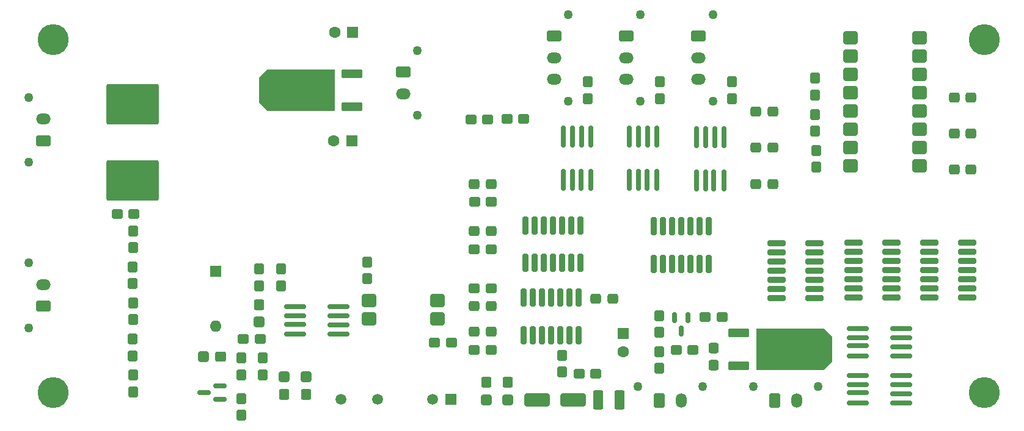
<source format=gbr>
%TF.GenerationSoftware,KiCad,Pcbnew,9.0.0*%
%TF.CreationDate,2025-10-29T06:17:34+08:00*%
%TF.ProjectId,TSAL_G_V4_2,5453414c-5f47-45f5-9634-5f322e6b6963,rev?*%
%TF.SameCoordinates,Original*%
%TF.FileFunction,Soldermask,Top*%
%TF.FilePolarity,Negative*%
%FSLAX46Y46*%
G04 Gerber Fmt 4.6, Leading zero omitted, Abs format (unit mm)*
G04 Created by KiCad (PCBNEW 9.0.0) date 2025-10-29 06:17:34*
%MOMM*%
%LPD*%
G01*
G04 APERTURE LIST*
G04 Aperture macros list*
%AMRoundRect*
0 Rectangle with rounded corners*
0 $1 Rounding radius*
0 $2 $3 $4 $5 $6 $7 $8 $9 X,Y pos of 4 corners*
0 Add a 4 corners polygon primitive as box body*
4,1,4,$2,$3,$4,$5,$6,$7,$8,$9,$2,$3,0*
0 Add four circle primitives for the rounded corners*
1,1,$1+$1,$2,$3*
1,1,$1+$1,$4,$5*
1,1,$1+$1,$6,$7*
1,1,$1+$1,$8,$9*
0 Add four rect primitives between the rounded corners*
20,1,$1+$1,$2,$3,$4,$5,0*
20,1,$1+$1,$4,$5,$6,$7,0*
20,1,$1+$1,$6,$7,$8,$9,0*
20,1,$1+$1,$8,$9,$2,$3,0*%
%AMOutline5P*
0 Free polygon, 5 corners , with rotation*
0 The origin of the aperture is its center*
0 number of corners: always 5*
0 $1 to $10 corner X, Y*
0 $11 Rotation angle, in degrees counterclockwise*
0 create outline with 5 corners*
4,1,5,$1,$2,$3,$4,$5,$6,$7,$8,$9,$10,$1,$2,$11*%
%AMOutline6P*
0 Free polygon, 6 corners , with rotation*
0 The origin of the aperture is its center*
0 number of corners: always 6*
0 $1 to $12 corner X, Y*
0 $13 Rotation angle, in degrees counterclockwise*
0 create outline with 6 corners*
4,1,6,$1,$2,$3,$4,$5,$6,$7,$8,$9,$10,$11,$12,$1,$2,$13*%
%AMOutline7P*
0 Free polygon, 7 corners , with rotation*
0 The origin of the aperture is its center*
0 number of corners: always 7*
0 $1 to $14 corner X, Y*
0 $15 Rotation angle, in degrees counterclockwise*
0 create outline with 7 corners*
4,1,7,$1,$2,$3,$4,$5,$6,$7,$8,$9,$10,$11,$12,$13,$14,$1,$2,$15*%
%AMOutline8P*
0 Free polygon, 8 corners , with rotation*
0 The origin of the aperture is its center*
0 number of corners: always 8*
0 $1 to $16 corner X, Y*
0 $17 Rotation angle, in degrees counterclockwise*
0 create outline with 8 corners*
4,1,8,$1,$2,$3,$4,$5,$6,$7,$8,$9,$10,$11,$12,$13,$14,$15,$16,$1,$2,$17*%
G04 Aperture macros list end*
%ADD10RoundRect,0.249999X-0.750001X-0.640001X0.750001X-0.640001X0.750001X0.640001X-0.750001X0.640001X0*%
%ADD11RoundRect,0.120600X-0.281400X1.111400X-0.281400X-1.111400X0.281400X-1.111400X0.281400X1.111400X0*%
%ADD12RoundRect,0.122100X-0.284900X1.109900X-0.284900X-1.109900X0.284900X-1.109900X0.284900X1.109900X0*%
%ADD13RoundRect,0.120600X-1.111400X-0.281400X1.111400X-0.281400X1.111400X0.281400X-1.111400X0.281400X0*%
%ADD14RoundRect,0.122100X-1.109900X-0.284900X1.109900X-0.284900X1.109900X0.284900X-1.109900X0.284900X0*%
%ADD15RoundRect,0.278125X0.389375X-0.474375X0.389375X0.474375X-0.389375X0.474375X-0.389375X-0.474375X0*%
%ADD16RoundRect,0.278125X-0.474375X-0.389375X0.474375X-0.389375X0.474375X0.389375X-0.474375X0.389375X0*%
%ADD17C,4.300000*%
%ADD18RoundRect,0.278125X-0.389375X0.474375X-0.389375X-0.474375X0.389375X-0.474375X0.389375X0.474375X0*%
%ADD19RoundRect,0.150000X-1.350000X-0.150000X1.350000X-0.150000X1.350000X0.150000X-1.350000X0.150000X0*%
%ADD20RoundRect,0.150000X-1.337500X-0.150000X1.337500X-0.150000X1.337500X0.150000X-1.337500X0.150000X0*%
%ADD21RoundRect,0.304348X-0.420652X-0.395652X0.420652X-0.395652X0.420652X0.395652X-0.420652X0.395652X0*%
%ADD22RoundRect,0.150000X0.150000X-1.350000X0.150000X1.350000X-0.150000X1.350000X-0.150000X-1.350000X0*%
%ADD23RoundRect,0.150000X0.150000X-1.337500X0.150000X1.337500X-0.150000X1.337500X-0.150000X-1.337500X0*%
%ADD24C,1.270000*%
%ADD25RoundRect,0.250001X0.759999X-0.499999X0.759999X0.499999X-0.759999X0.499999X-0.759999X-0.499999X0*%
%ADD26O,2.020000X1.500000*%
%ADD27RoundRect,0.278125X0.474375X0.389375X-0.474375X0.389375X-0.474375X-0.389375X0.474375X-0.389375X0*%
%ADD28RoundRect,0.304348X0.420652X0.395652X-0.420652X0.395652X-0.420652X-0.395652X0.420652X-0.395652X0*%
%ADD29RoundRect,0.251116X3.376384X-2.561384X3.376384X2.561384X-3.376384X2.561384X-3.376384X-2.561384X0*%
%ADD30RoundRect,0.250001X-0.499999X-0.759999X0.499999X-0.759999X0.499999X0.759999X-0.499999X0.759999X0*%
%ADD31O,1.500000X2.020000*%
%ADD32RoundRect,0.120600X0.281400X-1.111400X0.281400X1.111400X-0.281400X1.111400X-0.281400X-1.111400X0*%
%ADD33RoundRect,0.122100X0.284900X-1.109900X0.284900X1.109900X-0.284900X1.109900X-0.284900X-1.109900X0*%
%ADD34RoundRect,0.305575X-0.412525X0.460025X-0.412525X-0.460025X0.412525X-0.460025X0.412525X0.460025X0*%
%ADD35RoundRect,0.308511X-0.416489X0.457089X-0.416489X-0.457089X0.416489X-0.457089X0.416489X0.457089X0*%
%ADD36RoundRect,0.305575X0.412525X-0.460025X0.412525X0.460025X-0.412525X0.460025X-0.412525X-0.460025X0*%
%ADD37RoundRect,0.308511X0.416489X-0.457089X0.416489X0.457089X-0.416489X0.457089X-0.416489X-0.457089X0*%
%ADD38RoundRect,0.150000X0.750000X0.150000X-0.750000X0.150000X-0.750000X-0.150000X0.750000X-0.150000X0*%
%ADD39RoundRect,0.250001X-0.759999X0.499999X-0.759999X-0.499999X0.759999X-0.499999X0.759999X0.499999X0*%
%ADD40R,1.600000X1.600000*%
%ADD41C,1.600000*%
%ADD42RoundRect,0.250000X-1.500000X-0.650000X1.500000X-0.650000X1.500000X0.650000X-1.500000X0.650000X0*%
%ADD43R,1.500000X1.500000*%
%ADD44C,1.500000*%
%ADD45O,1.600000X1.600000*%
%ADD46RoundRect,0.150000X-0.150000X0.587500X-0.150000X-0.587500X0.150000X-0.587500X0.150000X0.587500X0*%
%ADD47RoundRect,0.250000X1.230000X0.350000X-1.230000X0.350000X-1.230000X-0.350000X1.230000X-0.350000X0*%
%ADD48Outline6P,-5.220000X2.900000X4.060000X2.900000X5.220000X1.740000X5.220000X-1.740000X4.060000X-2.900000X-5.220000X-2.900000X180.000000*%
%ADD49Outline6P,-5.220000X2.900000X4.060000X2.900000X5.220000X1.740000X5.220000X-1.740000X4.060000X-2.900000X-5.220000X-2.900000X0.000000*%
%ADD50RoundRect,0.250000X-1.230000X-0.350000X1.230000X-0.350000X1.230000X0.350000X-1.230000X0.350000X0*%
%ADD51RoundRect,0.304348X-0.395652X0.420652X-0.395652X-0.420652X0.395652X-0.420652X0.395652X0.420652X0*%
%ADD52RoundRect,0.305575X0.460025X0.412525X-0.460025X0.412525X-0.460025X-0.412525X0.460025X-0.412525X0*%
%ADD53RoundRect,0.308511X0.457089X0.416489X-0.457089X0.416489X-0.457089X-0.416489X0.457089X-0.416489X0*%
%ADD54RoundRect,0.250001X0.462499X1.074999X-0.462499X1.074999X-0.462499X-1.074999X0.462499X-1.074999X0*%
G04 APERTURE END LIST*
D10*
%TO.C,U4*%
X74235000Y-79730000D03*
X74235000Y-82270000D03*
X83765000Y-82270000D03*
X83765000Y-79730000D03*
%TD*%
D11*
%TO.C,U9*%
X103310000Y-79260000D03*
X102040000Y-79260000D03*
X100770000Y-79260000D03*
X99500000Y-79260000D03*
X98230000Y-79260000D03*
X96960000Y-79260000D03*
X95690000Y-79260000D03*
X95690000Y-84500000D03*
D12*
X96955000Y-84500000D03*
D11*
X98230000Y-84500000D03*
X99500000Y-84500000D03*
X100770000Y-84500000D03*
X102040000Y-84500000D03*
X103310000Y-84500000D03*
%TD*%
D13*
%TO.C,U12*%
X141380000Y-71690000D03*
X141380000Y-72960000D03*
X141380000Y-74230000D03*
X141380000Y-75500000D03*
X141380000Y-76770000D03*
X141380000Y-78040000D03*
X141380000Y-79310000D03*
X146620000Y-79310000D03*
D14*
X146620000Y-78045000D03*
D13*
X146620000Y-76770000D03*
X146620000Y-75500000D03*
X146620000Y-74230000D03*
X146620000Y-72960000D03*
X146620000Y-71690000D03*
%TD*%
D15*
%TO.C,R15*%
X58967500Y-77652500D03*
X58967500Y-75347500D03*
%TD*%
D16*
%TO.C,R3*%
X39347500Y-67692500D03*
X41652500Y-67692500D03*
%TD*%
D17*
%TO.C,H3*%
X30500000Y-43500000D03*
%TD*%
D18*
%TO.C,R51*%
X114532500Y-49347500D03*
X114532500Y-51652500D03*
%TD*%
D19*
%TO.C,LM1*%
X64000000Y-80595000D03*
X64000000Y-81865000D03*
D20*
X63987500Y-83000000D03*
D19*
X64000000Y-84405000D03*
X70000000Y-84405000D03*
X70000000Y-83135000D03*
X70000000Y-81865000D03*
X70000000Y-80595000D03*
%TD*%
D21*
%TO.C,D3*%
X127825000Y-63540000D03*
X130175000Y-63540000D03*
%TD*%
D18*
%TO.C,R4*%
X59532500Y-87695000D03*
X59532500Y-90000000D03*
%TD*%
D22*
%TO.C,U13*%
X101190000Y-62952500D03*
X102460000Y-62952500D03*
D23*
X103595000Y-62965000D03*
D22*
X105000000Y-62952500D03*
X105000000Y-56952500D03*
X103730000Y-56952500D03*
X102460000Y-56952500D03*
X101190000Y-56952500D03*
%TD*%
D24*
%TO.C,J1*%
X27125000Y-60500000D03*
X27125000Y-51500000D03*
D25*
X29085000Y-57500000D03*
D26*
X29085000Y-54500000D03*
%TD*%
D16*
%TO.C,R39*%
X103383642Y-89847500D03*
X105688642Y-89847500D03*
%TD*%
D27*
%TO.C,R34*%
X123152500Y-82032500D03*
X120847500Y-82032500D03*
%TD*%
D28*
%TO.C,D10*%
X157675000Y-51500000D03*
X155325000Y-51500000D03*
%TD*%
D29*
%TO.C,F1*%
X41500000Y-63000000D03*
X41500000Y-52450000D03*
%TD*%
D18*
%TO.C,R5*%
X41532500Y-70072500D03*
X41532500Y-72377500D03*
%TD*%
D24*
%TO.C,J4*%
X111500000Y-91625000D03*
X120500000Y-91625000D03*
D30*
X114500000Y-93585000D03*
D31*
X117500000Y-93585000D03*
%TD*%
D21*
%TO.C,D8*%
X127825000Y-58500000D03*
X130175000Y-58500000D03*
%TD*%
%TO.C,D9*%
X127825000Y-53500000D03*
X130175000Y-53500000D03*
%TD*%
D32*
%TO.C,U7*%
X95920000Y-74500000D03*
X97190000Y-74500000D03*
X98460000Y-74500000D03*
X99730000Y-74500000D03*
X101000000Y-74500000D03*
X102270000Y-74500000D03*
X103540000Y-74500000D03*
X103540000Y-69260000D03*
D33*
X102275000Y-69260000D03*
D32*
X101000000Y-69260000D03*
X99730000Y-69260000D03*
X98460000Y-69260000D03*
X97190000Y-69260000D03*
X95920000Y-69260000D03*
%TD*%
D34*
%TO.C,C5*%
X59006900Y-80284400D03*
D35*
X59000000Y-82715600D03*
%TD*%
D17*
%TO.C,H2*%
X159500000Y-92500000D03*
%TD*%
D36*
%TO.C,C8*%
X65493100Y-92715600D03*
D37*
X65500000Y-90284400D03*
%TD*%
D24*
%TO.C,J5*%
X127500000Y-91625000D03*
X136500000Y-91625000D03*
D30*
X130500000Y-93585000D03*
D31*
X133500000Y-93585000D03*
%TD*%
D13*
%TO.C,U6*%
X151880000Y-71690000D03*
X151880000Y-72960000D03*
X151880000Y-74230000D03*
X151880000Y-75500000D03*
X151880000Y-76770000D03*
X151880000Y-78040000D03*
X151880000Y-79310000D03*
X157120000Y-79310000D03*
D14*
X157120000Y-78045000D03*
D13*
X157120000Y-76770000D03*
X157120000Y-75500000D03*
X157120000Y-74230000D03*
X157120000Y-72960000D03*
X157120000Y-71690000D03*
%TD*%
D18*
%TO.C,R18*%
X74032500Y-74347500D03*
X74032500Y-76652500D03*
%TD*%
D38*
%TO.C,U1*%
X53600000Y-93450000D03*
X53600000Y-91550000D03*
X51400000Y-92500000D03*
%TD*%
D24*
%TO.C,J8*%
X80960000Y-45000000D03*
X80960000Y-54000000D03*
D39*
X79000000Y-48000000D03*
D26*
X79000000Y-51000000D03*
%TD*%
D34*
%TO.C,C10*%
X90506900Y-91068800D03*
D35*
X90500000Y-93500000D03*
%TD*%
D22*
%TO.C,U14*%
X110351142Y-62952500D03*
X111621142Y-62952500D03*
D23*
X112756142Y-62965000D03*
D22*
X114161142Y-62952500D03*
X114161142Y-56952500D03*
X112891142Y-56952500D03*
X111621142Y-56952500D03*
X110351142Y-56952500D03*
%TD*%
D27*
%TO.C,R38*%
X91152500Y-86532500D03*
X88847500Y-86532500D03*
%TD*%
D28*
%TO.C,D6*%
X157675000Y-56500000D03*
X155325000Y-56500000D03*
%TD*%
D24*
%TO.C,J2*%
X27125000Y-83500000D03*
X27125000Y-74500000D03*
D25*
X29085000Y-80500000D03*
D26*
X29085000Y-77500000D03*
%TD*%
D24*
%TO.C,J3*%
X101875000Y-40000000D03*
X101875000Y-52000000D03*
D39*
X99915000Y-43000000D03*
D26*
X99915000Y-46000000D03*
X99915000Y-49000000D03*
%TD*%
D40*
%TO.C,C22*%
X72000000Y-42500000D03*
D41*
X69500000Y-42500000D03*
%TD*%
D15*
%TO.C,R40*%
X114467500Y-89152500D03*
X114467500Y-86847500D03*
%TD*%
D18*
%TO.C,R2*%
X56532500Y-93347500D03*
X56532500Y-95652500D03*
%TD*%
D42*
%TO.C,D2*%
X97500000Y-93500000D03*
X102500000Y-93500000D03*
%TD*%
D27*
%TO.C,R24*%
X91152500Y-78032500D03*
X88847500Y-78032500D03*
%TD*%
D18*
%TO.C,R53*%
X124532500Y-49347500D03*
X124532500Y-51652500D03*
%TD*%
D43*
%TO.C,U5*%
X85587500Y-93440000D03*
D44*
X83047500Y-93440000D03*
X75427500Y-93440000D03*
X70347500Y-93440000D03*
%TD*%
D27*
%TO.C,R23*%
X91152500Y-72632500D03*
X88847500Y-72632500D03*
%TD*%
D10*
%TO.C,U8*%
X140970000Y-43260000D03*
X140970000Y-45800000D03*
X140970000Y-48340000D03*
X140970000Y-50880000D03*
X140970000Y-53420000D03*
X140970000Y-55960000D03*
X140970000Y-58500000D03*
X140970000Y-61040000D03*
X150500000Y-61040000D03*
X150500000Y-58500000D03*
X150500000Y-55960000D03*
X150500000Y-53420000D03*
X150500000Y-50880000D03*
X150500000Y-48340000D03*
X150500000Y-45800000D03*
X150500000Y-43260000D03*
%TD*%
D18*
%TO.C,R7*%
X41532500Y-80072500D03*
X41532500Y-82377500D03*
%TD*%
D24*
%TO.C,J6*%
X111875000Y-40000000D03*
X111875000Y-52000000D03*
D39*
X109915000Y-43000000D03*
D26*
X109915000Y-46000000D03*
X109915000Y-49000000D03*
%TD*%
D24*
%TO.C,J7*%
X121875000Y-40000000D03*
X121875000Y-52000000D03*
D39*
X119915000Y-43000000D03*
D26*
X119915000Y-46000000D03*
X119915000Y-49000000D03*
%TD*%
D32*
%TO.C,U10*%
X113690000Y-74620000D03*
X114960000Y-74620000D03*
X116230000Y-74620000D03*
X117500000Y-74620000D03*
X118770000Y-74620000D03*
X120040000Y-74620000D03*
X121310000Y-74620000D03*
X121310000Y-69380000D03*
D33*
X120045000Y-69380000D03*
D32*
X118770000Y-69380000D03*
X117500000Y-69380000D03*
X116230000Y-69380000D03*
X114960000Y-69380000D03*
X113690000Y-69380000D03*
%TD*%
D22*
%TO.C,U15*%
X119595000Y-63000000D03*
X120865000Y-63000000D03*
D23*
X122000000Y-63012500D03*
D22*
X123405000Y-63000000D03*
X123405000Y-57000000D03*
X122135000Y-57000000D03*
X120865000Y-57000000D03*
X119595000Y-57000000D03*
%TD*%
D19*
%TO.C,U3*%
X142000000Y-83595000D03*
X142000000Y-84865000D03*
D20*
X141987500Y-86000000D03*
D19*
X142000000Y-87405000D03*
X148000000Y-87405000D03*
X148000000Y-86135000D03*
X148000000Y-84865000D03*
X148000000Y-83595000D03*
%TD*%
D40*
%TO.C,C11*%
X109500000Y-84294888D03*
D41*
X109500000Y-86794888D03*
%TD*%
D18*
%TO.C,R21*%
X136032500Y-53847500D03*
X136032500Y-56152500D03*
%TD*%
D19*
%TO.C,U2*%
X142000000Y-90095000D03*
X142000000Y-91365000D03*
D20*
X141987500Y-92500000D03*
D19*
X142000000Y-93905000D03*
X148000000Y-93905000D03*
X148000000Y-92635000D03*
X148000000Y-91365000D03*
X148000000Y-90095000D03*
%TD*%
D28*
%TO.C,D14*%
X91168242Y-84000000D03*
X88818242Y-84000000D03*
%TD*%
D40*
%TO.C,D1*%
X53000000Y-75690000D03*
D45*
X53000000Y-83310000D03*
%TD*%
D15*
%TO.C,R8*%
X41467500Y-87377500D03*
X41467500Y-85072500D03*
%TD*%
D27*
%TO.C,R44*%
X90652500Y-54532500D03*
X88347500Y-54532500D03*
%TD*%
D18*
%TO.C,R9*%
X41532500Y-90072500D03*
X41532500Y-92377500D03*
%TD*%
D27*
%TO.C,R16*%
X59152500Y-85032500D03*
X56847500Y-85032500D03*
%TD*%
D15*
%TO.C,R6*%
X41467500Y-77377500D03*
X41467500Y-75072500D03*
%TD*%
D36*
%TO.C,C7*%
X62493100Y-92715600D03*
D37*
X62500000Y-90284400D03*
%TD*%
D16*
%TO.C,R46*%
X93347500Y-54467500D03*
X95652500Y-54467500D03*
%TD*%
D27*
%TO.C,R37*%
X119152500Y-86532500D03*
X116847500Y-86532500D03*
%TD*%
D17*
%TO.C,H4*%
X30500000Y-92500000D03*
%TD*%
D21*
%TO.C,D13*%
X105679258Y-79467500D03*
X108029258Y-79467500D03*
%TD*%
D46*
%TO.C,Q1*%
X118450000Y-82062500D03*
X116550000Y-82062500D03*
X117500000Y-83937500D03*
%TD*%
D47*
%TO.C,U16*%
X71920000Y-52780000D03*
D48*
X64220000Y-50500000D03*
D47*
X71920000Y-48220000D03*
%TD*%
D49*
%TO.C,Q2*%
X133200000Y-86500000D03*
D50*
X125500000Y-84220000D03*
X125500000Y-88780000D03*
%TD*%
D18*
%TO.C,R32*%
X136185000Y-58847500D03*
X136185000Y-61152500D03*
%TD*%
D28*
%TO.C,D4*%
X91168242Y-70100000D03*
X88818242Y-70100000D03*
%TD*%
D15*
%TO.C,R41*%
X114467500Y-84152500D03*
X114467500Y-81847500D03*
%TD*%
D40*
%TO.C,C21*%
X71867677Y-57500000D03*
D41*
X69367677Y-57500000D03*
%TD*%
D27*
%TO.C,R19*%
X85652500Y-85532500D03*
X83347500Y-85532500D03*
%TD*%
D13*
%TO.C,U11*%
X130760000Y-71730000D03*
X130760000Y-73000000D03*
X130760000Y-74270000D03*
X130760000Y-75540000D03*
X130760000Y-76810000D03*
X130760000Y-78080000D03*
X130760000Y-79350000D03*
X136000000Y-79350000D03*
D14*
X136000000Y-78085000D03*
D13*
X136000000Y-76810000D03*
X136000000Y-75540000D03*
X136000000Y-74270000D03*
X136000000Y-73000000D03*
X136000000Y-71730000D03*
%TD*%
D28*
%TO.C,D11*%
X157675000Y-61500000D03*
X155325000Y-61500000D03*
%TD*%
D18*
%TO.C,R17*%
X62032500Y-75347500D03*
X62032500Y-77652500D03*
%TD*%
D28*
%TO.C,D5*%
X91175000Y-80500000D03*
X88825000Y-80500000D03*
%TD*%
D17*
%TO.C,H1*%
X159500000Y-43500000D03*
%TD*%
D34*
%TO.C,C9*%
X93506900Y-91068800D03*
D35*
X93500000Y-93500000D03*
%TD*%
D18*
%TO.C,R52*%
X104532500Y-49347500D03*
X104532500Y-51652500D03*
%TD*%
D27*
%TO.C,R26*%
X91159258Y-66032500D03*
X88854258Y-66032500D03*
%TD*%
D28*
%TO.C,D7*%
X91175000Y-63500000D03*
X88825000Y-63500000D03*
%TD*%
D18*
%TO.C,R28*%
X136032500Y-48847500D03*
X136032500Y-51152500D03*
%TD*%
D51*
%TO.C,D12*%
X122000000Y-86325000D03*
X122000000Y-88675000D03*
%TD*%
D15*
%TO.C,R42*%
X100967500Y-89652500D03*
X100967500Y-87347500D03*
%TD*%
D52*
%TO.C,C1*%
X53715600Y-87506900D03*
D53*
X51284400Y-87500000D03*
%TD*%
D54*
%TO.C,F2*%
X108987500Y-93500000D03*
X106012500Y-93500000D03*
%TD*%
D18*
%TO.C,R1*%
X56532500Y-87695000D03*
X56532500Y-90000000D03*
%TD*%
M02*

</source>
